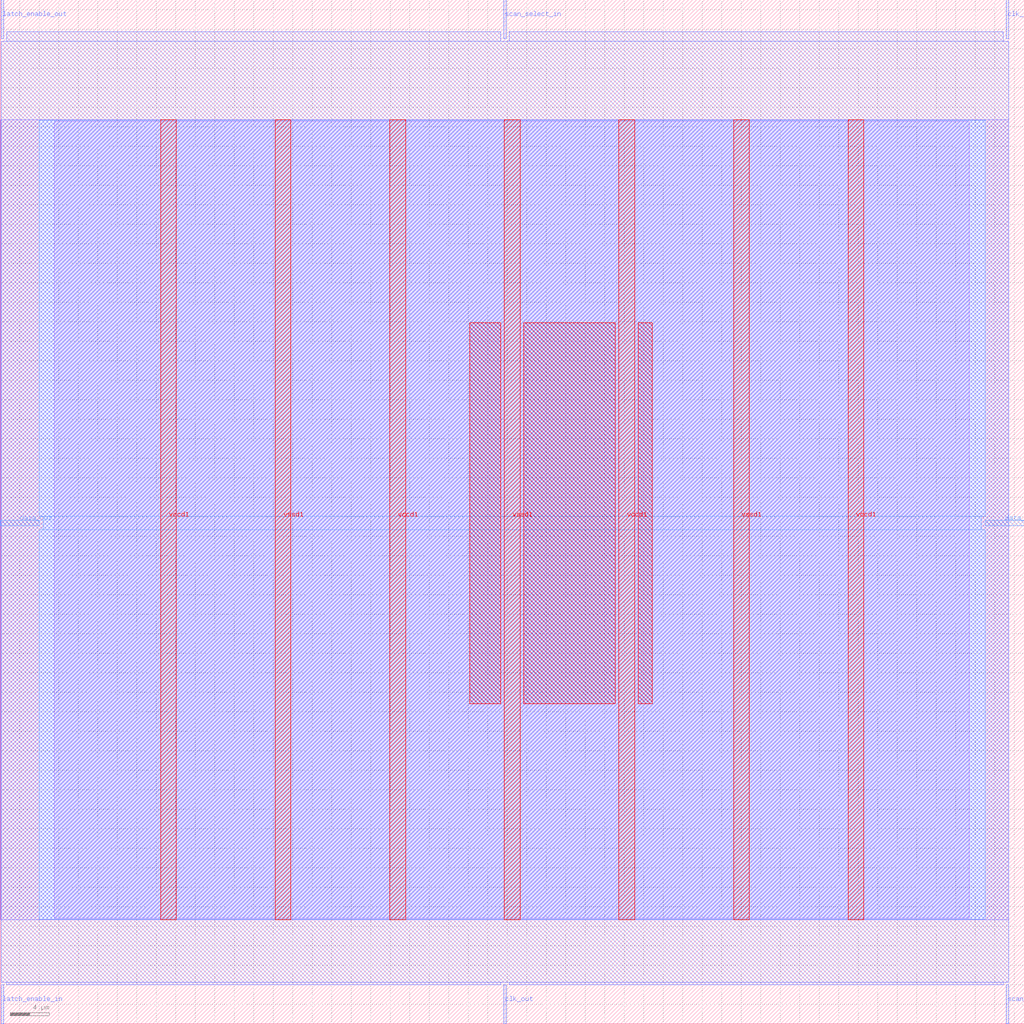
<source format=lef>
VERSION 5.7 ;
  NOWIREEXTENSIONATPIN ON ;
  DIVIDERCHAR "/" ;
  BUSBITCHARS "[]" ;
MACRO scan_wrapper_341516949939814994
  CLASS BLOCK ;
  FOREIGN scan_wrapper_341516949939814994 ;
  ORIGIN 0.000 0.000 ;
  SIZE 105.000 BY 105.000 ;
  PIN clk_in
    DIRECTION INPUT ;
    USE SIGNAL ;
    PORT
      LAYER met2 ;
        RECT 103.130 101.000 103.410 105.000 ;
    END
  END clk_in
  PIN clk_out
    DIRECTION OUTPUT TRISTATE ;
    USE SIGNAL ;
    PORT
      LAYER met2 ;
        RECT 51.610 0.000 51.890 4.000 ;
    END
  END clk_out
  PIN data_in
    DIRECTION INPUT ;
    USE SIGNAL ;
    PORT
      LAYER met3 ;
        RECT 101.000 51.040 105.000 51.640 ;
    END
  END data_in
  PIN data_out
    DIRECTION OUTPUT TRISTATE ;
    USE SIGNAL ;
    PORT
      LAYER met3 ;
        RECT 0.000 51.040 4.000 51.640 ;
    END
  END data_out
  PIN latch_enable_in
    DIRECTION INPUT ;
    USE SIGNAL ;
    PORT
      LAYER met2 ;
        RECT 0.090 0.000 0.370 4.000 ;
    END
  END latch_enable_in
  PIN latch_enable_out
    DIRECTION OUTPUT TRISTATE ;
    USE SIGNAL ;
    PORT
      LAYER met2 ;
        RECT 0.090 101.000 0.370 105.000 ;
    END
  END latch_enable_out
  PIN scan_select_in
    DIRECTION INPUT ;
    USE SIGNAL ;
    PORT
      LAYER met2 ;
        RECT 51.610 101.000 51.890 105.000 ;
    END
  END scan_select_in
  PIN scan_select_out
    DIRECTION OUTPUT TRISTATE ;
    USE SIGNAL ;
    PORT
      LAYER met2 ;
        RECT 103.130 0.000 103.410 4.000 ;
    END
  END scan_select_out
  PIN vccd1
    DIRECTION INOUT ;
    USE POWER ;
    PORT
      LAYER met4 ;
        RECT 16.465 10.640 18.065 92.720 ;
    END
    PORT
      LAYER met4 ;
        RECT 39.955 10.640 41.555 92.720 ;
    END
    PORT
      LAYER met4 ;
        RECT 63.445 10.640 65.045 92.720 ;
    END
    PORT
      LAYER met4 ;
        RECT 86.935 10.640 88.535 92.720 ;
    END
  END vccd1
  PIN vssd1
    DIRECTION INOUT ;
    USE GROUND ;
    PORT
      LAYER met4 ;
        RECT 28.210 10.640 29.810 92.720 ;
    END
    PORT
      LAYER met4 ;
        RECT 51.700 10.640 53.300 92.720 ;
    END
    PORT
      LAYER met4 ;
        RECT 75.190 10.640 76.790 92.720 ;
    END
  END vssd1
  OBS
      LAYER li1 ;
        RECT 5.520 10.795 99.360 92.565 ;
      LAYER met1 ;
        RECT 0.070 10.640 103.430 92.720 ;
      LAYER met2 ;
        RECT 0.650 100.720 51.330 101.730 ;
        RECT 52.170 100.720 102.850 101.730 ;
        RECT 0.100 4.280 103.400 100.720 ;
        RECT 0.650 4.000 51.330 4.280 ;
        RECT 52.170 4.000 102.850 4.280 ;
      LAYER met3 ;
        RECT 4.000 52.040 101.000 92.645 ;
        RECT 4.400 50.640 100.600 52.040 ;
        RECT 4.000 10.715 101.000 50.640 ;
      LAYER met4 ;
        RECT 48.135 32.815 51.300 71.905 ;
        RECT 53.700 32.815 63.045 71.905 ;
        RECT 65.445 32.815 66.865 71.905 ;
  END
END scan_wrapper_341516949939814994
END LIBRARY


</source>
